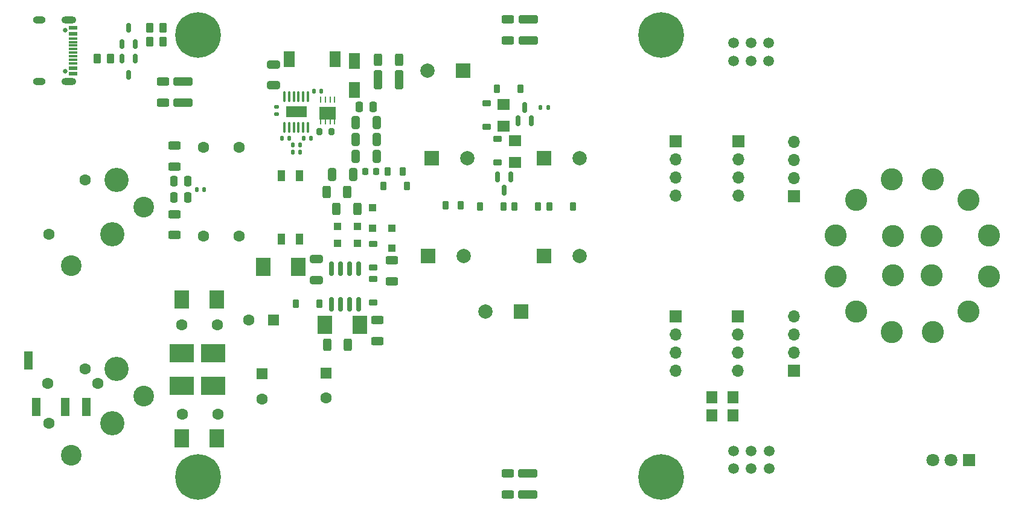
<source format=gbr>
%TF.GenerationSoftware,KiCad,Pcbnew,8.0.1*%
%TF.CreationDate,2024-11-27T15:43:16-06:00*%
%TF.ProjectId,XAmplifier,58416d70-6c69-4666-9965-722e6b696361,rev?*%
%TF.SameCoordinates,Original*%
%TF.FileFunction,Soldermask,Top*%
%TF.FilePolarity,Negative*%
%FSLAX46Y46*%
G04 Gerber Fmt 4.6, Leading zero omitted, Abs format (unit mm)*
G04 Created by KiCad (PCBNEW 8.0.1) date 2024-11-27 15:43:16*
%MOMM*%
%LPD*%
G01*
G04 APERTURE LIST*
G04 Aperture macros list*
%AMRoundRect*
0 Rectangle with rounded corners*
0 $1 Rounding radius*
0 $2 $3 $4 $5 $6 $7 $8 $9 X,Y pos of 4 corners*
0 Add a 4 corners polygon primitive as box body*
4,1,4,$2,$3,$4,$5,$6,$7,$8,$9,$2,$3,0*
0 Add four circle primitives for the rounded corners*
1,1,$1+$1,$2,$3*
1,1,$1+$1,$4,$5*
1,1,$1+$1,$6,$7*
1,1,$1+$1,$8,$9*
0 Add four rect primitives between the rounded corners*
20,1,$1+$1,$2,$3,$4,$5,0*
20,1,$1+$1,$4,$5,$6,$7,0*
20,1,$1+$1,$6,$7,$8,$9,0*
20,1,$1+$1,$8,$9,$2,$3,0*%
G04 Aperture macros list end*
%ADD10C,0.000000*%
%ADD11RoundRect,0.135000X-0.135000X-0.185000X0.135000X-0.185000X0.135000X0.185000X-0.135000X0.185000X0*%
%ADD12RoundRect,0.225000X-0.375000X0.225000X-0.375000X-0.225000X0.375000X-0.225000X0.375000X0.225000X0*%
%ADD13RoundRect,0.225000X0.225000X0.375000X-0.225000X0.375000X-0.225000X-0.375000X0.225000X-0.375000X0*%
%ADD14C,2.000000*%
%ADD15R,2.000000X2.000000*%
%ADD16R,3.450000X2.550000*%
%ADD17RoundRect,0.150000X-0.150000X0.512500X-0.150000X-0.512500X0.150000X-0.512500X0.150000X0.512500X0*%
%ADD18RoundRect,0.140000X0.140000X0.170000X-0.140000X0.170000X-0.140000X-0.170000X0.140000X-0.170000X0*%
%ADD19R,1.100000X1.500000*%
%ADD20RoundRect,0.250000X0.625000X-0.312500X0.625000X0.312500X-0.625000X0.312500X-0.625000X-0.312500X0*%
%ADD21R,0.279400X0.812800*%
%ADD22RoundRect,0.250000X-0.300000X-0.300000X0.300000X-0.300000X0.300000X0.300000X-0.300000X0.300000X0*%
%ADD23RoundRect,0.250000X0.300000X-0.300000X0.300000X0.300000X-0.300000X0.300000X-0.300000X-0.300000X0*%
%ADD24RoundRect,0.140000X-0.140000X-0.170000X0.140000X-0.170000X0.140000X0.170000X-0.140000X0.170000X0*%
%ADD25RoundRect,0.250000X-0.625000X0.312500X-0.625000X-0.312500X0.625000X-0.312500X0.625000X0.312500X0*%
%ADD26RoundRect,0.250000X-0.650000X0.325000X-0.650000X-0.325000X0.650000X-0.325000X0.650000X0.325000X0*%
%ADD27R,1.200000X2.500000*%
%ADD28C,1.600000*%
%ADD29RoundRect,0.218750X-0.218750X-0.381250X0.218750X-0.381250X0.218750X0.381250X-0.218750X0.381250X0*%
%ADD30RoundRect,0.250000X0.262500X0.450000X-0.262500X0.450000X-0.262500X-0.450000X0.262500X-0.450000X0*%
%ADD31RoundRect,0.250000X0.325000X0.650000X-0.325000X0.650000X-0.325000X-0.650000X0.325000X-0.650000X0*%
%ADD32R,1.600000X1.600000*%
%ADD33C,1.498600*%
%ADD34R,2.100000X2.600000*%
%ADD35RoundRect,0.250000X-0.325000X-0.650000X0.325000X-0.650000X0.325000X0.650000X-0.325000X0.650000X0*%
%ADD36C,6.400000*%
%ADD37RoundRect,0.150000X-0.150000X0.587500X-0.150000X-0.587500X0.150000X-0.587500X0.150000X0.587500X0*%
%ADD38RoundRect,0.225000X-0.225000X-0.250000X0.225000X-0.250000X0.225000X0.250000X-0.225000X0.250000X0*%
%ADD39RoundRect,0.225000X-0.225000X-0.375000X0.225000X-0.375000X0.225000X0.375000X-0.225000X0.375000X0*%
%ADD40RoundRect,0.150000X0.150000X-0.512500X0.150000X0.512500X-0.150000X0.512500X-0.150000X-0.512500X0*%
%ADD41RoundRect,0.250000X1.100000X-0.325000X1.100000X0.325000X-1.100000X0.325000X-1.100000X-0.325000X0*%
%ADD42C,1.800000*%
%ADD43R,1.800000X1.800000*%
%ADD44RoundRect,0.250000X0.312500X0.625000X-0.312500X0.625000X-0.312500X-0.625000X0.312500X-0.625000X0*%
%ADD45C,3.098800*%
%ADD46RoundRect,0.150000X-0.150000X0.825000X-0.150000X-0.825000X0.150000X-0.825000X0.150000X0.825000X0*%
%ADD47R,1.600000X2.250000*%
%ADD48RoundRect,0.250000X-0.250000X-0.475000X0.250000X-0.475000X0.250000X0.475000X-0.250000X0.475000X0*%
%ADD49RoundRect,0.250000X-1.100000X0.325000X-1.100000X-0.325000X1.100000X-0.325000X1.100000X0.325000X0*%
%ADD50R,1.500000X2.200000*%
%ADD51RoundRect,0.225000X0.375000X-0.225000X0.375000X0.225000X-0.375000X0.225000X-0.375000X-0.225000X0*%
%ADD52R,1.800000X1.500000*%
%ADD53RoundRect,0.150000X0.150000X-0.587500X0.150000X0.587500X-0.150000X0.587500X-0.150000X-0.587500X0*%
%ADD54R,1.500000X1.800000*%
%ADD55RoundRect,0.135000X0.135000X0.185000X-0.135000X0.185000X-0.135000X-0.185000X0.135000X-0.185000X0*%
%ADD56RoundRect,0.250000X0.325000X1.100000X-0.325000X1.100000X-0.325000X-1.100000X0.325000X-1.100000X0*%
%ADD57RoundRect,0.135000X0.185000X-0.135000X0.185000X0.135000X-0.185000X0.135000X-0.185000X-0.135000X0*%
%ADD58O,1.800000X1.000000*%
%ADD59O,2.100000X1.000000*%
%ADD60R,1.240000X0.600000*%
%ADD61R,1.240000X0.300000*%
%ADD62C,0.650000*%
%ADD63C,2.900000*%
%ADD64C,3.400000*%
%ADD65RoundRect,0.200000X-0.200000X-0.275000X0.200000X-0.275000X0.200000X0.275000X-0.200000X0.275000X0*%
%ADD66RoundRect,0.250000X-0.262500X-0.450000X0.262500X-0.450000X0.262500X0.450000X-0.262500X0.450000X0*%
%ADD67R,2.850000X1.650000*%
%ADD68RoundRect,0.100000X0.100000X-0.625000X0.100000X0.625000X-0.100000X0.625000X-0.100000X-0.625000X0*%
%ADD69RoundRect,0.250000X-0.300000X0.300000X-0.300000X-0.300000X0.300000X-0.300000X0.300000X0.300000X0*%
%ADD70R,1.700000X1.700000*%
%ADD71O,1.700000X1.700000*%
G04 APERTURE END LIST*
D10*
%TO.C,Q404*%
G36*
X119040754Y-81038874D02*
G01*
X116754754Y-81038874D01*
X116754754Y-79337074D01*
X119040754Y-79337074D01*
X119040754Y-81038874D01*
G37*
%TD*%
D11*
%TO.C,R401*%
X147766908Y-79383797D03*
X148786908Y-79383797D03*
%TD*%
D12*
%TO.C,D413*%
X124295000Y-98550000D03*
X124295000Y-101850000D03*
%TD*%
D13*
%TO.C,D414*%
X113445000Y-106875000D03*
X116745000Y-106875000D03*
%TD*%
D14*
%TO.C,C412*%
X140000000Y-108000000D03*
D15*
X145000000Y-108000000D03*
%TD*%
D16*
%TO.C,R426*%
X97450000Y-118400000D03*
X101850000Y-118400000D03*
%TD*%
D17*
%TO.C,Q402*%
X90947500Y-72545000D03*
X89047500Y-72545000D03*
X89997500Y-74820000D03*
%TD*%
D18*
%TO.C,C430*%
X114002754Y-84669274D03*
X113042754Y-84669274D03*
%TD*%
D19*
%TO.C,SW401*%
X111380000Y-97850000D03*
X113920000Y-97850000D03*
X111380000Y-88950000D03*
X113920000Y-88950000D03*
%TD*%
D20*
%TO.C,R437*%
X94777565Y-75750000D03*
X94777565Y-78675000D03*
%TD*%
D15*
%TO.C,C401*%
X132502323Y-86500000D03*
D14*
X137502323Y-86500000D03*
%TD*%
D21*
%TO.C,Q404*%
X118872753Y-78244874D03*
X118222755Y-78244874D03*
X117572753Y-78244874D03*
X116922755Y-78244874D03*
X116922755Y-81343674D03*
X117572753Y-81343674D03*
X118222755Y-81343674D03*
X118872753Y-81343674D03*
%TD*%
D22*
%TO.C,D409*%
X119295000Y-98475000D03*
X122095000Y-98475000D03*
%TD*%
D23*
%TO.C,D411*%
X126895000Y-99075000D03*
X126895000Y-96275000D03*
%TD*%
D14*
%TO.C,C403*%
X131897677Y-74190000D03*
D15*
X136897677Y-74190000D03*
%TD*%
D24*
%TO.C,C411*%
X99566940Y-90887106D03*
X100526940Y-90887106D03*
%TD*%
D25*
%TO.C,R425*%
X124895000Y-109212500D03*
X124895000Y-112137500D03*
%TD*%
D26*
%TO.C,C405*%
X116350000Y-100675000D03*
X116350000Y-103625000D03*
%TD*%
D22*
%TO.C,D408*%
X119295000Y-96075000D03*
X122095000Y-96075000D03*
%TD*%
D27*
%TO.C,J408*%
X77070000Y-121350000D03*
X75970000Y-114850000D03*
X84070000Y-121350000D03*
X81070000Y-121350000D03*
D28*
X78670000Y-118100000D03*
X85670000Y-118100000D03*
%TD*%
D29*
%TO.C,FB401*%
X136562500Y-93080000D03*
X134437500Y-93080000D03*
%TD*%
D25*
%TO.C,R424*%
X126895000Y-100812500D03*
X126895000Y-103737500D03*
%TD*%
D15*
%TO.C,C406*%
X148252323Y-100210000D03*
D14*
X153252323Y-100210000D03*
%TD*%
D30*
%TO.C,R438*%
X94812500Y-70175000D03*
X92987500Y-70175000D03*
%TD*%
D31*
%TO.C,C400*%
X121475000Y-88800000D03*
X118525000Y-88800000D03*
%TD*%
D28*
%TO.C,C414*%
X108680000Y-120250000D03*
D32*
X108680000Y-116750000D03*
%TD*%
D33*
%TO.C,SW400*%
X174802509Y-127548923D03*
X177291709Y-127548923D03*
X179780909Y-127548923D03*
X174802509Y-130038123D03*
X177291709Y-130038123D03*
X179780909Y-130038123D03*
%TD*%
D28*
%TO.C,C407*%
X100500000Y-85000000D03*
X105500000Y-85000000D03*
%TD*%
D34*
%TO.C,R427*%
X97425000Y-125800000D03*
X102325000Y-125800000D03*
%TD*%
D35*
%TO.C,C426*%
X121797754Y-86269274D03*
X124747754Y-86269274D03*
%TD*%
D36*
%TO.C,MH402*%
X99680000Y-131200000D03*
%TD*%
D37*
%TO.C,Q401*%
X143620000Y-89135000D03*
X141720000Y-89135000D03*
X142670000Y-91010000D03*
%TD*%
D13*
%TO.C,D401*%
X144947500Y-76750000D03*
X141647500Y-76750000D03*
%TD*%
D38*
%TO.C,F400*%
X123153010Y-88339825D03*
X124703010Y-88339825D03*
%TD*%
D39*
%TO.C,D406*%
X144090000Y-93250000D03*
X147390000Y-93250000D03*
%TD*%
D25*
%TO.C,R406*%
X96400000Y-84737500D03*
X96400000Y-87662500D03*
%TD*%
D36*
%TO.C,MH400*%
X99680000Y-69200000D03*
%TD*%
D40*
%TO.C,Q403*%
X89037490Y-70468888D03*
X90937490Y-70468888D03*
X89987490Y-68193888D03*
%TD*%
D41*
%TO.C,C419*%
X146009695Y-69983093D03*
X146009695Y-67033093D03*
%TD*%
D42*
%TO.C,D404*%
X202800000Y-128860000D03*
X205340000Y-128860000D03*
D43*
X207880000Y-128860000D03*
%TD*%
D44*
%TO.C,R410*%
X122062500Y-93600000D03*
X119137500Y-93600000D03*
%TD*%
D45*
%TO.C,SW403*%
X202605418Y-97458597D03*
X197154578Y-97458597D03*
X197154578Y-102909437D03*
X202605418Y-102909437D03*
X210603878Y-97308737D03*
X207731138Y-92332877D03*
X202755278Y-89460137D03*
X197004718Y-89460137D03*
X192028858Y-92332877D03*
X189156118Y-97308737D03*
X189156118Y-103059297D03*
X192028858Y-108035157D03*
X197004718Y-110907897D03*
X202755278Y-110907897D03*
X207731138Y-108035157D03*
X210603878Y-103059297D03*
%TD*%
D14*
%TO.C,C402*%
X153252323Y-86500000D03*
D15*
X148252323Y-86500000D03*
%TD*%
D46*
%TO.C,U400*%
X122200000Y-102000000D03*
X120930000Y-102000000D03*
X119660000Y-102000000D03*
X118390000Y-102000000D03*
X118390000Y-106950000D03*
X119660000Y-106950000D03*
X120930000Y-106950000D03*
X122200000Y-106950000D03*
%TD*%
D28*
%TO.C,C408*%
X100500000Y-97400000D03*
X105500000Y-97400000D03*
%TD*%
D35*
%TO.C,C425*%
X121797754Y-83894274D03*
X124747754Y-83894274D03*
%TD*%
D13*
%TO.C,D405*%
X142542500Y-93250000D03*
X139242500Y-93250000D03*
%TD*%
D28*
%TO.C,C413*%
X117680000Y-120097349D03*
D32*
X117680000Y-116597349D03*
%TD*%
D47*
%TO.C,D415*%
X121622754Y-72894274D03*
X121622754Y-76894274D03*
%TD*%
D48*
%TO.C,C409*%
X96350000Y-92000000D03*
X98250000Y-92000000D03*
%TD*%
D16*
%TO.C,R423*%
X97450000Y-113875000D03*
X101850000Y-113875000D03*
%TD*%
D12*
%TO.C,D403*%
X141730000Y-83800000D03*
X141730000Y-87100000D03*
%TD*%
D49*
%TO.C,C418*%
X145962033Y-130710668D03*
X145962033Y-133660668D03*
%TD*%
D50*
%TO.C,L400*%
X112497754Y-72650000D03*
X118897754Y-72650000D03*
%TD*%
D34*
%TO.C,R429*%
X122380000Y-109875000D03*
X117480000Y-109875000D03*
%TD*%
D51*
%TO.C,D400*%
X140170000Y-82117500D03*
X140170000Y-78817500D03*
%TD*%
D44*
%TO.C,R409*%
X120662500Y-91200000D03*
X117737500Y-91200000D03*
%TD*%
D11*
%TO.C,R446*%
X114512754Y-83669274D03*
X115532754Y-83669274D03*
%TD*%
D28*
%TO.C,C416*%
X97460000Y-109830000D03*
X102460000Y-109830000D03*
%TD*%
D34*
%TO.C,R408*%
X113800000Y-101700000D03*
X108900000Y-101700000D03*
%TD*%
D52*
%TO.C,R405*%
X144160000Y-84070000D03*
X144160000Y-87070000D03*
%TD*%
D53*
%TO.C,Q400*%
X144567500Y-81257500D03*
X146467500Y-81257500D03*
X145517500Y-79382500D03*
%TD*%
D20*
%TO.C,R431*%
X143162033Y-133648168D03*
X143162033Y-130723168D03*
%TD*%
D54*
%TO.C,R403*%
X171745000Y-120035000D03*
X174745000Y-120035000D03*
%TD*%
D20*
%TO.C,R407*%
X96400000Y-97262500D03*
X96400000Y-94337500D03*
%TD*%
D55*
%TO.C,R444*%
X114057754Y-85669274D03*
X113037754Y-85669274D03*
%TD*%
D25*
%TO.C,R432*%
X143176783Y-67046772D03*
X143176783Y-69971772D03*
%TD*%
D56*
%TO.C,C420*%
X127905000Y-75480000D03*
X124955000Y-75480000D03*
%TD*%
D41*
%TO.C,C421*%
X97589767Y-75725000D03*
X97589767Y-78675000D03*
%TD*%
D57*
%TO.C,R442*%
X110697754Y-80304274D03*
X110697754Y-79284274D03*
%TD*%
D48*
%TO.C,C410*%
X96350000Y-89750000D03*
X98250000Y-89750000D03*
%TD*%
D58*
%TO.C,J409*%
X77435000Y-75770000D03*
D59*
X81635000Y-75770000D03*
D58*
X77435000Y-67130000D03*
D59*
X81635000Y-67130000D03*
D60*
X82235000Y-68250000D03*
X82235000Y-69050000D03*
D61*
X82235000Y-69700000D03*
X82235000Y-70700000D03*
X82235000Y-72200000D03*
X82235000Y-73200000D03*
D60*
X82235000Y-73850000D03*
X82235000Y-74650000D03*
X82235000Y-74650000D03*
X82235000Y-73850000D03*
D61*
X82235000Y-72700000D03*
X82235000Y-71700000D03*
X82235000Y-71200000D03*
X82235000Y-70200000D03*
D60*
X82235000Y-69050000D03*
X82235000Y-68250000D03*
D62*
X81115000Y-74340000D03*
X81115000Y-68560000D03*
%TD*%
D35*
%TO.C,C427*%
X121797754Y-81519274D03*
X124747754Y-81519274D03*
%TD*%
D48*
%TO.C,C428*%
X122347754Y-79319274D03*
X124247754Y-79319274D03*
%TD*%
D39*
%TO.C,D402*%
X125750000Y-90400000D03*
X129050000Y-90400000D03*
%TD*%
D33*
%TO.C,SW404*%
X179768785Y-72839200D03*
X177279585Y-72839200D03*
X174790385Y-72839200D03*
X179768785Y-70350000D03*
X177279585Y-70350000D03*
X174790385Y-70350000D03*
%TD*%
D52*
%TO.C,R402*%
X142560000Y-81980000D03*
X142560000Y-78980000D03*
%TD*%
D36*
%TO.C,MH401*%
X164680000Y-69200000D03*
%TD*%
D63*
%TO.C,J406*%
X81960000Y-128140000D03*
X92130000Y-119890000D03*
D64*
X88315000Y-116080000D03*
X87680000Y-123700000D03*
D28*
X78790000Y-123700000D03*
X83870000Y-116080000D03*
%TD*%
D36*
%TO.C,MH403*%
X164680000Y-131200000D03*
%TD*%
D44*
%TO.C,R430*%
X120757500Y-112675000D03*
X117832500Y-112675000D03*
%TD*%
D65*
%TO.C,R447*%
X116775000Y-82800000D03*
X118425000Y-82800000D03*
%TD*%
D54*
%TO.C,R404*%
X171760000Y-122590000D03*
X174760000Y-122590000D03*
%TD*%
D11*
%TO.C,R441*%
X115934673Y-77074399D03*
X116954673Y-77074399D03*
%TD*%
D28*
%TO.C,C415*%
X97485000Y-122430000D03*
X102485000Y-122430000D03*
%TD*%
D55*
%TO.C,R448*%
X112510854Y-83685206D03*
X111490854Y-83685206D03*
%TD*%
D66*
%TO.C,R440*%
X92985000Y-68195000D03*
X94810000Y-68195000D03*
%TD*%
D39*
%TO.C,D407*%
X149002500Y-93240000D03*
X152302500Y-93240000D03*
%TD*%
D67*
%TO.C,U401*%
X113481101Y-80012999D03*
D68*
X111856101Y-77862999D03*
X112506101Y-77862999D03*
X113156101Y-77862999D03*
X113806101Y-77862999D03*
X114456101Y-77862999D03*
X115106101Y-77862999D03*
X115106101Y-82162999D03*
X114456101Y-82162999D03*
X113806101Y-82162999D03*
X113156101Y-82162999D03*
X112506101Y-82162999D03*
X111856101Y-82162999D03*
%TD*%
D44*
%TO.C,R433*%
X127880000Y-72667798D03*
X124955000Y-72667798D03*
%TD*%
D69*
%TO.C,D410*%
X124200000Y-93475000D03*
X124200000Y-96275000D03*
%TD*%
D12*
%TO.C,D412*%
X124295000Y-103425000D03*
X124295000Y-106725000D03*
%TD*%
D63*
%TO.C,J407*%
X81960000Y-101600000D03*
X92130000Y-93350000D03*
D64*
X88315000Y-89540000D03*
X87680000Y-97160000D03*
D28*
X78790000Y-97160000D03*
X83870000Y-89540000D03*
%TD*%
D15*
%TO.C,C404*%
X132000000Y-100210000D03*
D14*
X137000000Y-100210000D03*
%TD*%
D29*
%TO.C,FB400*%
X126265254Y-88332454D03*
X128390254Y-88332454D03*
%TD*%
D66*
%TO.C,R434*%
X85610000Y-72545000D03*
X87435000Y-72545000D03*
%TD*%
D34*
%TO.C,R428*%
X97476002Y-106324730D03*
X102376002Y-106324730D03*
%TD*%
D28*
%TO.C,C417*%
X106832651Y-109160000D03*
D32*
X110332651Y-109160000D03*
%TD*%
D70*
%TO.C,J405*%
X175477804Y-84101463D03*
D71*
X175477804Y-86641463D03*
X175477804Y-89181463D03*
X175477804Y-91721463D03*
%TD*%
D26*
%TO.C,C422*%
X110337754Y-76281438D03*
X110337754Y-73331438D03*
%TD*%
D71*
%TO.C,J403*%
X166680000Y-91720000D03*
X166680000Y-89180000D03*
X166680000Y-86640000D03*
D70*
X166680000Y-84100000D03*
%TD*%
%TO.C,J401*%
X175380000Y-108700000D03*
D71*
X175380000Y-111240000D03*
X175380000Y-113780000D03*
X175380000Y-116320000D03*
%TD*%
D70*
%TO.C,J400*%
X166680000Y-108700000D03*
D71*
X166680000Y-111240000D03*
X166680000Y-113780000D03*
X166680000Y-116320000D03*
%TD*%
%TO.C,J404*%
X183280000Y-108680000D03*
X183280000Y-111220000D03*
X183280000Y-113760000D03*
D70*
X183280000Y-116300000D03*
%TD*%
D71*
%TO.C,J402*%
X183278435Y-84220112D03*
X183278435Y-86760112D03*
X183278435Y-89300112D03*
D70*
X183278435Y-91840112D03*
%TD*%
M02*

</source>
